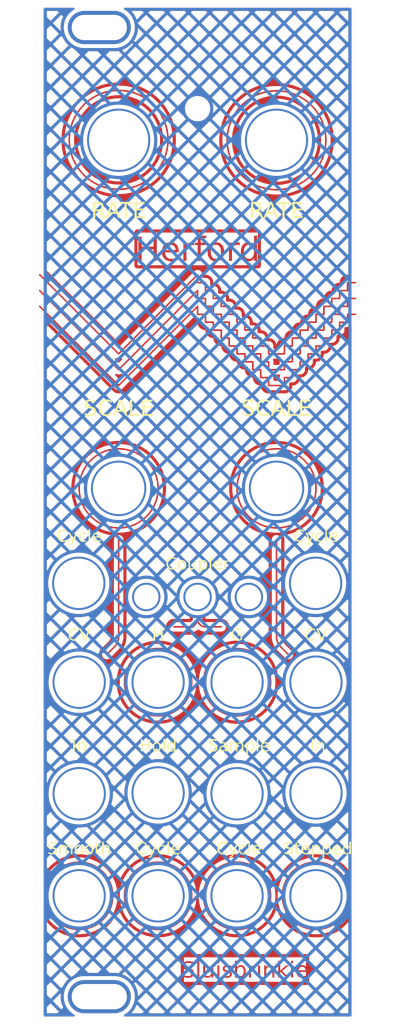
<source format=kicad_pcb>
(kicad_pcb (version 20240108) (generator "pcbnew") (generator_version "8.0")
  (layers (0 "F.Cu" signal) (31 "B.Cu" signal) (34 "B.Paste" user) (35 "F.Paste" user) (36 "B.SilkS" user "B.Silkscreen") (37 "F.SilkS" user "F.Silkscreen") (38 "B.Mask" user) (39 "F.Mask" user) (44 "Edge.Cuts" user))
  (net 0 "")
  (footprint "Library:Nut_3DModel" (layer "F.Cu") (at 175 121.15)
    (property "Reference" "REF**" (hide yes))
    (property "Value" "Nut_3DModel")
  )
  (footprint "" (layer "F.Cu") (at 170 82.75)
    (property "Reference" "" (at 0 0 0) (layer "F.SilkS") (effects (font (size 1.27 1.27))))
    (property "Value" "")
    (pad "" thru_hole circle (at 0 0) (size 7 7) (drill 6.5) (layers "*.Cu" "*.Mask"))
  )
  (footprint "" (layer "F.Cu") (at 145 107.25)
    (property "Reference" "" (at 0 0 0) (layer "F.SilkS") (effects (font (size 1.27 1.27))))
    (property "Value" "")
    (pad "" thru_hole circle (at 0 0) (size 6.75 6.75) (drill 6.25) (layers "*.Cu" "*.Mask"))
  )
  (footprint "" (layer "F.Cu") (at 165 134.25)
    (property "Reference" "" (at 0 0 0) (layer "F.SilkS") (effects (font (size 1.27 1.27))))
    (property "Value" "")
    (pad "" thru_hole circle (at 0 0) (size 6.75 6.75) (drill 6.25) (layers "*.Cu" "*.Mask"))
  )
  (footprint "" (layer "F.Cu") (at 175 121.15)
    (property "Reference" "" (at 0 0 0) (layer "F.SilkS") (effects (font (size 1.27 1.27))))
    (property "Value" "")
    (pad "" thru_hole circle (at 0 0.1) (size 6.75 6.75) (drill 6.25) (layers "*.Cu" "*.Mask"))
  )
  (footprint "" (layer "F.Cu") (at 150 82.75)
    (property "Reference" "" (at 0 0 0) (layer "F.SilkS") (effects (font (size 1.27 1.27))))
    (property "Value" "")
    (pad "" thru_hole circle (at 0 0) (size 7 7) (drill 6.5) (layers "*.Cu" "*.Mask"))
  )
  (footprint "" (layer "F.Cu") (at 145 134.25)
    (property "Reference" "" (at 0 0 0) (layer "F.SilkS") (effects (font (size 1.27 1.27))))
    (property "Value" "")
    (pad "" thru_hole circle (at 0 0) (size 6.75 6.75) (drill 6.25) (layers "*.Cu" "*.Mask"))
  )
  (footprint "" (layer "F.Cu") (at 145 121.25)
    (property "Reference" "" (at 0 0 0) (layer "F.SilkS") (effects (font (size 1.27 1.27))))
    (property "Value" "")
    (pad "" thru_hole circle (at 0 0.1) (size 6.75 6.75) (drill 6.25) (layers "*.Cu" "*.Mask"))
  )
  (footprint "" (layer "F.Cu") (at 150 82.75)
    (property "Reference" "" (at 0 0 0) (layer "F.SilkS") (effects (font (size 1.5 1.5))))
    (property "Value" "")
    (pad "" thru_hole circle (at 0 0) (size 7 7) (drill 6.5) (layers "*.Cu" "*.Mask"))
  )
  (footprint "Library:Nut_3DModel" (layer "F.Cu") (at 175 134.25)
    (property "Reference" "REF**" (hide yes))
    (property "Value" "Nut_3DModel")
  )
  (footprint "Library:Nut_3DModel" (layer "F.Cu") (at 145 107.25)
    (property "Reference" "REF**" (hide yes))
    (property "Value" "Nut_3DModel")
  )
  (footprint "Library:Nut_3DModel" (layer "F.Cu") (at 165 107.25)
    (property "Reference" "REF**" (hide yes))
    (property "Value" "Nut_3DModel")
  )
  (footprint "" (layer "F.Cu") (at 150 38.75)
    (property "Reference" "" (at 0 0 0) (layer "F.SilkS") (effects (font (size 1.27 1.27))))
    (property "Value" "")
    (pad "" thru_hole circle (at 0 0) (size 8 7) (drill 7.5) (layers "*.Cu" "*.Mask"))
  )
  (footprint "" (layer "F.Cu") (at 160 96.475)
    (property "Reference" "" (at 0 0 0) (layer "F.SilkS") (effects (font (size 1.27 1.27))))
    (property "Value" "")
    (pad "" thru_hole circle (at 0 0) (size 3.6 3.6) (drill 3.1) (layers "*.Cu" "*.Mask"))
  )
  (footprint "MountingHole:MountingHole_3.2mm_M3" (layer "F.Cu") (at 147.5489 24.4964)
    (property "Reference" "REF**" (hide yes))
    (property "Value" "MountingHole_3.2mm_M3" (hide yes))
    (pad "" thru_hole oval (at 0 0) (size 8 4.2) (drill oval 7 3.2) (layers "*.Cu" "*.Mask"))
  )
  (footprint "Library:knob_alu" (layer "F.Cu") (at 170 38.75)
    (property "Reference" "REF**" (hide yes))
    (property "Value" "knob_alu")
  )
  (footprint "" (layer "F.Cu") (at 155 134.25)
    (property "Reference" "" (at 0 0 0) (layer "F.SilkS") (effects (font (size 1.27 1.27))))
    (property "Value" "")
    (pad "" thru_hole circle (at 0 0) (size 6.75 6.75) (drill 6.25) (layers "*.Cu" "*.Mask"))
  )
  (footprint "Library:Nut_3DModel" (layer "F.Cu") (at 155 134.25)
    (property "Reference" "REF**" (hide yes))
    (property "Value" "Nut_3DModel")
  )
  (footprint "Library:knob_alu" (layer "F.Cu") (at 150 38.7)
    (property "Reference" "REF**" (hide yes))
    (property "Value" "knob_alu")
  )
  (footprint "MountingHole:MountingHole_3.2mm_M3" (layer "F.Cu") (at 147.5489 146.9964)
    (property "Reference" "REF**" (hide yes))
    (property "Value" "MountingHole_3.2mm_M3" (hide yes))
    (pad "" thru_hole oval (at 0 0) (size 8 4.2) (drill oval 7 3.2) (layers "*.Cu" "*.Mask"))
  )
  (footprint "" (layer "F.Cu") (at 153.5 96.475)
    (property "Reference" "" (at 0 0 0) (layer "F.SilkS") (effects (font (size 1.27 1.27))))
    (property "Value" "")
    (pad "" thru_hole circle (at 0 0) (size 3.6 3.6) (drill 3.1) (layers "*.Cu" "*.Mask"))
  )
  (footprint "Library:Nut_3DModel" (layer "F.Cu") (at 145 121.25)
    (property "Reference" "REF**" (hide yes))
    (property "Value" "Nut_3DModel")
  )
  (footprint "" (layer "F.Cu") (at 170 82.75)
    (property "Reference" "" (at 0 0 0) (layer "F.SilkS") (effects (font (size 1.27 1.27))))
    (property "Value" "")
    (pad "" thru_hole circle (at 0 0) (size 7 7) (drill 6.5) (layers "*.Cu" "*.Mask"))
  )
  (footprint "Library:SSG_backpcb" (layer "F.Cu") (at 140 140.75)
    (property "Reference" "REF**" (hide yes))
    (property "Value" "SSG_backpcb")
  )
  (footprint "" (layer "F.Cu") (at 150 82.75)
    (property "Reference" "" (at 0 0 0) (layer "F.SilkS") (effects (font (size 1.27 1.27))))
    (property "Value" "")
    (pad "" thru_hole circle (at 0 0) (size 7 7) (drill 6.5) (layers "*.Cu" "*.Mask"))
  )
  (footprint "" (layer "F.Cu") (at 175 94.75)
    (property "Reference" "" (at 0 0 0) (layer "F.SilkS") (effects (font (size 1.27 1.27))))
    (property "Value" "")
    (pad "" thru_hole circle (at -0.0489 0) (size 6.75 6.75) (drill 6.25) (layers "*.Cu" "*.Mask"))
  )
  (footprint "MountingHole:MountingHole_2.7mm_M2.5" (layer "F.Cu") (at 160 34.75)
    (property "Reference" "H1" (hide yes))
    (property "Value" "MountingHole")
    (pad "" np_thru_hole circle (at 0 0) (size 2.7 2.7) (drill 2.7) (layers "F&B.Cu" "*.Mask"))
  )
  (footprint "" (layer "F.Cu") (at 175 107.25)
    (property "Reference" "" (at 0 0 0) (layer "F.SilkS") (effects (font (size 1.27 1.27))))
    (property "Value" "")
    (pad "" thru_hole circle (at 0 0) (size 6.75 6.75) (drill 6.25) (layers "*.Cu" "*.Mask"))
  )
  (footprint "" (layer "F.Cu") (at 155 107.25)
    (property "Reference" "" (at 0 0 0) (layer "F.SilkS") (effects (font (size 1.27 1.27))))
    (property "Value" "")
    (pad "" thru_hole circle (at 0 0) (size 6.75 6.75) (drill 6.25) (layers "*.Cu" "*.Mask"))
  )
  (footprint "" (layer "F.Cu") (at 165 107.25)
    (property "Reference" "" (at 0 0 0) (layer "F.SilkS") (effects (font (size 1.27 1.27))))
    (property "Value" "")
    (pad "" thru_hole circle (at 0 0) (size 6.75 6.75) (drill 6.25) (layers "*.Cu" "*.Mask"))
  )
  (footprint "" (layer "F.Cu") (at 175 134.25)
    (property "Reference" "" (at 0 0 0) (layer "F.SilkS") (effects (font (size 1.27 1.27))))
    (property "Value" "")
    (pad "" thru_hole circle (at 0 0) (size 6.75 6.75) (drill 6.25) (layers "*.Cu" "*.Mask"))
  )
  (footprint "" (layer "F.Cu") (at 166.5 96.475)
    (property "Reference" "" (at 0 0 0) (layer "F.SilkS") (effects (font (size 1.27 1.27))))
    (property "Value" "")
    (pad "" thru_hole circle (at 0 0) (size 3.6 3.6) (drill 3.1) (layers "*.Cu" "*.Mask"))
  )
  (footprint "Library:Nut_3DModel" (layer "F.Cu") (at 155 107.25)
    (property "Reference" "REF**" (hide yes))
    (property "Value" "Nut_3DModel")
  )
  (footprint "" (layer "F.Cu") (at 170 82.75)
    (property "Reference" "" (at 0 0 0) (layer "F.SilkS") (effects (font (size 1.5 1.5))))
    (property "Value" "")
    (pad "" thru_hole circle (at 0 0) (size 7 7) (drill 6.5) (layers "*.Cu" "*.Mask"))
  )
  (footprint "" (layer "F.Cu") (at 170 38.75)
    (property "Reference" "" (at 0 0 0) (layer "F.SilkS") (effects (font (size 1.27 1.27))))
    (property "Value" "")
    (pad "" thru_hole circle (at 0 0) (size 8 8) (drill 7.5) (layers "*.Cu" "*.Mask"))
  )
  (footprint "Library:Nut_3DModel" (layer "F.Cu") (at 175 107.25)
    (property "Reference" "REF**" (hide yes))
    (property "Value" "Nut_3DModel")
  )
  (footprint "" (layer "F.Cu") (at 170 82.75)
    (property "Reference" "" (at 0 0 0) (layer "F.SilkS") (effects (font (size 1.27 1.27))))
    (property "Value" "")
    (pad "" thru_hole circle (at 0 0) (size 7 7) (drill 6.5) (layers "*.Cu" "*.Mask"))
  )
  (footprint "Library:Nut_3DModel" (layer "F.Cu") (at 165 121.25)
    (property "Reference" "REF**" (hide yes))
    (property "Value" "Nut_3DModel")
  )
  (footprint "Library:Nut_3DModel" (layer "F.Cu") (at 155 121.15)
    (property "Reference" "REF**" (hide yes))
    (property "Value" "Nut_3DModel")
  )
  (footprint "" (layer "F.Cu") (at 150 82.75)
    (property "Reference" "" (at 0 0 0) (layer "F.SilkS") (effects (font (size 1.27 1.27))))
    (property "Value" "")
    (pad "" thru_hole circle (at 0 0) (size 7 7) (drill 6.5) (layers "*.Cu" "*.Mask"))
  )
  (footprint "" (layer "F.Cu") (at 165 121.25)
    (property "Reference" "" (at 0 0 0) (layer "F.SilkS") (effects (font (size 1.27 1.27))))
    (property "Value" "")
    (pad "" thru_hole circle (at 0 0.1) (size 6.75 6.75) (drill 6.25) (layers "*.Cu" "*.Mask"))
  )
  (footprint "" (layer "F.Cu") (at 145 94.75)
    (property "Reference" "" (at 0 0 0) (layer "F.SilkS") (effects (font (size 1.27 1.27))))
    (property "Value" "")
    (pad "" thru_hole circle (at -0.0489 0) (size 6.75 6.75) (drill 6.25) (layers "*.Cu" "*.Mask"))
  )
  (footprint "" (layer "F.Cu") (at 155 121.15)
    (property "Reference" "" (at 0 0 0) (layer "F.SilkS") (effects (font (size 1.27 1.27))))
    (property "Value" "")
    (pad "" thru_hole circle (at 0 0.1) (size 6.75 6.75) (drill 6.25) (layers "*.Cu" "*.Mask"))
  )
  (footprint "Library:Nut_3DModel" (layer "F.Cu") (at 165 134.25)
    (property "Reference" "REF**" (hide yes))
    (property "Value" "Nut_3DModel")
  )
  (footprint "Library:torx_m2.5" (layer "F.Cu") (at 160 34.75)
    (property "Reference" "REF**" (hide yes))
    (property "Value" "torx_m2.5")
  )
  (footprint "Library:Nut_3DModel" (layer "F.Cu") (at 145 134.25)
    (property "Reference" "REF**" (hide yes))
    (property "Value" "Nut_3DModel")
  )
  (gr_line (start 163 100.25) (end 161.000001 100.250001) (stroke (width 0.2)) (layer "F.Cu"))
  (gr_line (start 140 57.75) (end 150 67.75) (stroke (width 0.2)) (layer "F.Cu"))
  (gr_line (start 175 61.75) (end 174 61.75) (stroke (width 0.2)) (layer "F.Cu"))
  (gr_line (start 176 61.75) (end 176 62.75) (stroke (width 0.2)) (layer "F.Cu"))
  (gr_line (start 177 59.75) (end 176 59.75) (stroke (width 0.2)) (layer "F.Cu"))
  (gr_line (start 175 64.75) (end 175 65.75) (stroke (width 0.2)) (layer "F.Cu"))
  (gr_line (start 179 60.75) (end 179 61.75) (stroke (width 0.2)) (layer "F.Cu"))
  (gr_line (start 174 64.75) (end 173 64.75) (stroke (width 0.2)) (layer "F.Cu"))
  (gr_line (start 168 67.75) (end 168 68.75) (stroke (width 0.2)) (layer "F.Cu"))
  (gr_line (start 175 60.75) (end 175 61.75) (stroke (width 0.2)) (layer "F.Cu"))
  (gr_line (start 177 61.75) (end 176 61.75) (stroke (width 0.2)) (layer "F.Cu"))
  (gr_line (start 163 61.75) (end 164 61.75) (stroke (width 0.2)) (layer "F.Cu"))
  (gr_line (start 162 58.75) (end 163 58.75) (stroke (width 0.2)) (layer "F.Cu"))
  (gr_arc (start 170.5 102.75) (mid 170.135096 102.170962) (end 170 101.5) (stroke (width 0.2)) (layer "F.Cu"))
  (gr_line (start 161 61.75) (end 162 61.75) (stroke (width 0.2)) (layer "F.Cu"))
  (gr_line (start 169 65.75) (end 170 65.75) (stroke (width 0.2)) (layer "F.Cu"))
  (gr_line (start 175 63.75) (end 174 63.75) (stroke (width 0.2)) (layer "F.Cu"))
  (gr_line (start 175 65.75) (end 174 65.75) (stroke (width 0.2)) (layer "F.Cu"))
  (gr_line (start 174 62.75) (end 173 62.75) (stroke (width 0.2)) (layer "F.Cu"))
  (gr_line (start 178 58.75) (end 177 58.75) (stroke (width 0.2)) (layer "F.Cu"))
  (gr_line (start 176 63.75) (end 176 64.75) (stroke (width 0.2)) (layer "F.Cu"))
  (gr_line (start 140 59.75) (end 150 69.75) (stroke (width 0.2)) (layer "F.Cu"))
  (gr_line (start 171 65.75) (end 170 65.75) (stroke (width 0.2)) (layer "F.Cu"))
  (gr_line (start 179 57.75) (end 178 57.75) (stroke (width 0.2)) (layer "F.Cu"))
  (gr_line (start 178 61.75) (end 178 62.75) (stroke (width 0.2)) (layer "F.Cu"))
  (gr_line (start 180 56.75) (end 179 56.75) (stroke (width 0.2)) (layer "F.Cu"))
  (gr_line (start 160 57.75) (end 150 67.75) (stroke (width 0.2)) (layer "F.Cu"))
  (gr_arc (start 159.999999 99.249999) (mid 159.707106 99.957106) (end 158.999999 100.249999) (stroke (width 0.2)) (layer "F.Cu"))
  (gr_arc (start 150 101.5) (mid 149.864904 102.170962) (end 149.5 102.75) (stroke (width 0.2)) (layer "F.Cu"))
  (gr_line (start 164 61.75) (end 164 62.75) (stroke (width 0.2)) (layer "F.Cu"))
  (gr_line (start 173 63.75) (end 172 63.75) (stroke (width 0.2)) (layer "F.Cu"))
  (gr_line (start 165 65.75) (end 166 65.75) (stroke (width 0.2)) (layer "F.Cu"))
  (gr_line (start 148.5 103.75) (end 149.5 102.75) (stroke (width 0.2)) (layer "F.Cu"))
  (gr_line (start 177 60.75) (end 177 61.75) (stroke (width 0.2)) (layer "F.Cu"))
  (gr_line (start 171 68.75) (end 171 69.75) (stroke (width 0.2)) (layer "F.Cu"))
  (gr_line (start 167 62.75) (end 167 63.75) (stroke (width 0.2)) (layer "F.Cu"))
  (gr_line (start 162 61.75) (end 162 62.75) (stroke (width 0.2)) (layer "F.Cu"))
  (gr_line (start 172 64.75) (end 171 64.75) (stroke (width 0.2)) (layer "F.Cu"))
  (gr_line (start 173 65.75) (end 172 65.75) (stroke (width 0.2)) (layer "F.Cu"))
  (gr_circle (center 175 134.25) (end 179.252969 134.25) (stroke (width 0.2)) (fill none) (layer "F.Cu"))
  (gr_line (start 169 68.75) (end 169 69.75) (stroke (width 0.2)) (layer "F.Cu"))
  (gr_line (start 176 60.75) (end 175 60.75) (stroke (width 0.2)) (layer "F.Cu"))
  (gr_line (start 166 61.75) (end 166 62.75) (stroke (width 0.2)) (layer "F.Cu"))
  (gr_line (start 173 66.75) (end 173 67.75) (stroke (width 0.2)) (layer "F.Cu"))
  (gr_line (start 169 69.75) (end 170 69.75) (stroke (width 0.2)) (layer "F.Cu"))
  (gr_line (start 176 64.75) (end 175 64.75) (stroke (width 0.2)) (layer "F.Cu"))
  (gr_line (start 165 60.75) (end 165 61.75) (stroke (width 0.2)) (layer "F.Cu"))
  (gr_line (start 177 58.75) (end 177 59.75) (stroke (width 0.2)) (layer "F.Cu"))
  (gr_line (start 162 62.75) (end 163 62.75) (stroke (width 0.2)) (layer "F.Cu"))
  (gr_line (start 174 61.75) (end 174 62.75) (stroke (width 0.2)) (layer "F.Cu"))
  (gr_line (start 179 58.75) (end 179 59.75) (stroke (width 0.2)) (layer "F.Cu"))
  (gr_line (start 166 63.75) (end 166 64.75) (stroke (width 0.2)) (layer "F.Cu"))
  (gr_line (start 168 66.75) (end 169 66.75) (stroke (width 0.2)) (layer "F.Cu"))
  (gr_line (start 161 60.75) (end 161 61.75) (stroke (width 0.2)) (layer "F.Cu"))
  (gr_circle (center 150 38.7) (end 150.002969 44.95) (stroke (width 0.2)) (fill none) (layer "F.Cu"))
  (gr_line (start 177 62.75) (end 177 63.75) (stroke (width 0.2)) (layer "F.Cu"))
  (gr_line (start 161 58.75) (end 161 59.75) (stroke (width 0.2)) (layer "F.Cu"))
  (gr_line (start 163 60.75) (end 163 61.75) (stroke (width 0.2)) (layer "F.Cu"))
  (gr_line (start 160 58.75) (end 161 58.75) (stroke (width 0.2)) (layer "F.Cu"))
  (gr_line (start 180 58.75) (end 179 58.75) (stroke (width 0.2)) (layer "F.Cu"))
  (gr_line (start 174 63.75) (end 174 64.75) (stroke (width 0.2)) (layer "F.Cu"))
  (gr_line (start 167 63.75) (end 168 63.75) (stroke (width 0.2)) (layer "F.Cu"))
  (gr_line (start 178 62.75) (end 177 62.75) (stroke (width 0.2)) (layer "F.Cu"))
  (gr_line (start 172 67.75) (end 172 68.75) (stroke (width 0.2)) (layer "F.Cu"))
  (gr_line (start 168 65.75) (end 168 66.75) (stroke (width 0.2)) (layer "F.Cu"))
  (gr_circle (center 170 82.75) (end 170.002969 87.75) (stroke (width 0.2)) (fill none) (layer "F.Cu"))
  (gr_line (start 163 62.75) (end 163 63.75) (stroke (width 0.2)) (layer "F.Cu"))
  (gr_line (start 169 64.75) (end 169 65.75) (stroke (width 0.2)) (layer "F.Cu"))
  (gr_circle (center 165 107.25) (end 169.252969 107.25) (stroke (width 0.2)) (fill none) (layer "F.Cu"))
  (gr_line (start 160 59.75) (end 160 60.75) (stroke (width 0.2)) (layer "F.Cu"))
  (gr_line (start 173 62.75) (end 173 63.75) (stroke (width 0.2)) (layer "F.Cu"))
  (gr_line (start 171.5 103.75) (end 170.5 102.75) (stroke (width 0.2)) (layer "F.Cu"))
  (gr_line (start 160 60.75) (end 161 60.75) (stroke (width 0.2)) (layer "F.Cu"))
  (gr_line (start 160 55.75) (end 150 65.75) (stroke (width 0.2)) (layer "F.Cu"))
  (gr_line (start 166 62.75) (end 167 62.75) (stroke (width 0.2)) (layer "F.Cu"))
  (gr_line (start 164 64.75) (end 165 64.75) (stroke (width 0.2)) (layer "F.Cu"))
  (gr_line (start 163 59.75) (end 164 59.75) (stroke (width 0.2)) (layer "F.Cu"))
  (gr_line (start 140 55.75) (end 150 65.75) (stroke (width 0.2)) (layer "F.Cu"))
  (gr_line (start 159.499999 100.249999) (end 157 100.25) (stroke (width 0.2)) (layer "F.Cu"))
  (gr_line (start 165 62.75) (end 165 63.75) (stroke (width 0.2)) (layer "F.Cu"))
  (gr_line (start 164 63.75) (end 164 64.75) (stroke (width 0.2)) (layer "F.Cu"))
  (gr_line (start 179 56.75) (end 179 57.75) (stroke (width 0.2)) (layer "F.Cu"))
  (gr_line (start 180 60.75) (end 179 60.75) (stroke (width 0.2)) (layer "F.Cu"))
  (gr_line (start 162 57.75) (end 162 58.75) (stroke (width 0.2)) (layer "F.Cu"))
  (gr_line (start 171 69.75) (end 170 69.75) (stroke (width 0.2)) (layer "F.Cu"))
  (gr_line (start 179 59.75) (end 178 59.75) (stroke (width 0.2)) (layer "F.Cu"))
  (gr_line (start 177 63.75) (end 176 63.75) (stroke (width 0.2)) (layer "F.Cu"))
  (gr_circle (center 165 134.25) (end 169.252969 134.25) (stroke (width 0.2)) (fill none) (layer "F.Cu"))
  (gr_circle (center 150 82.75) (end 150 87.75) (stroke (width 0.2)) (fill none) (layer "F.Cu"))
  (gr_line (start 179 61.75) (end 178 61.75) (stroke (width 0.2)) (layer "F.Cu"))
  (gr_circle (center 155 107.25) (end 159.252969 107.25) (stroke (width 0.2)) (fill none) (layer "F.Cu"))
  (gr_line (start 167 67.75) (end 168 67.75) (stroke (width 0.2)) (layer "F.Cu"))
  (gr_line (start 172 66.75) (end 171 66.75) (stroke (width 0.2)) (layer "F.Cu"))
  (gr_line (start 166 64.75) (end 167 64.75) (stroke (width 0.2)) (layer "F.Cu"))
  (gr_line (start 164 59.75) (end 164 60.75) (stroke (width 0.2)) (layer "F.Cu"))
  (gr_line (start 168 64.75) (end 169 64.75) (stroke (width 0.2)) (layer "F.Cu"))
  (gr_line (start 167 64.75) (end 167 65.75) (stroke (width 0.2)) (layer "F.Cu"))
  (gr_line (start 167 66.75) (end 167 67.75) (stroke (width 0.2)) (layer "F.Cu"))
  (gr_line (start 178 60.75) (end 177 60.75) (stroke (width 0.2)) (layer "F.Cu"))
  (gr_line (start 173 64.75) (end 173 65.75) (stroke (width 0.2)) (layer "F.Cu"))
  (gr_line (start 168 68.75) (end 169 68.75) (stroke (width 0.2)) (layer "F.Cu"))
  (gr_line (start 169 67.75) (end 170 67.75) (stroke (width 0.2)) (layer "F.Cu"))
  (gr_line (start 162 60.75) (end 163 60.75) (stroke (width 0.2)) (layer "F.Cu"))
  (gr_line (start 178 57.75) (end 178 58.75) (stroke (width 0.2)) (layer "F.Cu"))
  (gr_line (start 171 64.75) (end 171 65.75) (stroke (width 0.2)) (layer "F.Cu"))
  (gr_line (start 161 56.75) (end 161 57.75) (stroke (width 0.2)) (layer "F.Cu"))
  (gr_line (start 160 57.75) (end 160 58.75) (stroke (width 0.2)) (layer "F.Cu"))
  (gr_circle (center 155 134.25) (end 159.252969 134.25) (stroke (width 0.2)) (fill none) (layer "F.Cu"))
  (gr_line (start 167 65.75) (end 168 65.75) (stroke (width 0.2)) (layer "F.Cu"))
  (gr_line (start 171 66.75) (end 171 67.75) (stroke (width 0.2)) (layer "F.Cu"))
  (gr_line (start 166 66.75) (end 167 66.75) (stroke (width 0.2)) (layer "F.Cu"))
  (gr_line (start 160 55.75) (end 160 56.75) (stroke (width 0.2)) (layer "F.Cu"))
  (gr_line (start 165 64.75) (end 165 65.75) (stroke (width 0.2)) (layer "F.Cu"))
  (gr_line (start 174 66.75) (end 173 66.75) (stroke (width 0.2)) (layer "F.Cu"))
  (gr_line (start 165 61.75) (end 166 61.75) (stroke (width 0.2)) (layer "F.Cu"))
  (gr_line (start 174 65.75) (end 174 66.75) (stroke (width 0.2)) (layer "F.Cu"))
  (gr_line (start 161 57.75) (end 162 57.75) (stroke (width 0.2)) (layer "F.Cu"))
  (gr_line (start 178 59.75) (end 178 60.75) (stroke (width 0.2)) (layer "F.Cu"))
  (gr_arc (start 161.000001 100.249999) (mid 160.292894 99.957106) (end 160.000001 99.249999) (stroke (width 0.2)) (layer "F.Cu"))
  (gr_line (start 176 59.75) (end 176 60.75) (stroke (width 0.2)) (layer "F.Cu"))
  (gr_line (start 160 59.75) (end 150 69.75) (stroke (width 0.2)) (layer "F.Cu"))
  (gr_circle (center 170 38.75) (end 170.002969 45) (stroke (width 0.2)) (fill none) (layer "F.Cu"))
  (gr_line (start 150 89.25) (end 150 101.5) (stroke (width 0.2)) (layer "F.Cu"))
  (gr_line (start 170 89.25) (end 170 101.5) (stroke (width 0.2)) (layer "F.Cu"))
  (gr_line (start 173 67.75) (end 172 67.75) (stroke (width 0.2)) (layer "F.Cu"))
  (gr_line (start 166 65.75) (end 166 66.75) (stroke (width 0.2)) (layer "F.Cu"))
  (gr_line (start 164 62.75) (end 165 62.75) (stroke (width 0.2)) (layer "F.Cu"))
  (gr_circle (center 145 134.25) (end 149.252969 134.25) (stroke (width 0.2)) (fill none) (layer "F.Cu"))
  (gr_line (start 172 68.75) (end 171 68.75) (stroke (width 0.2)) (layer "F.Cu"))
  (gr_line (start 163 63.75) (end 164 63.75) (stroke (width 0.2)) (layer "F.Cu"))
  (gr_line (start 172 65.75) (end 172 66.75) (stroke (width 0.2)) (layer "F.Cu"))
  (gr_line (start 163 58.75) (end 163 59.75) (stroke (width 0.2)) (layer "F.Cu"))
  (gr_line (start 162 59.75) (end 162 60.75) (stroke (width 0.2)) (layer "F.Cu"))
  (gr_line (start 160 56.75) (end 161 56.75) (stroke (width 0.2)) (layer "F.Cu"))
  (gr_line (start 175 62.75) (end 175 63.75) (stroke (width 0.2)) (layer "F.Cu"))
  (gr_line (start 161 59.75) (end 162 59.75) (stroke (width 0.2)) (layer "F.Cu"))
  (gr_line (start 171 67.75) (end 170 67.75) (stroke (width 0.2)) (layer "F.Cu"))
  (gr_line (start 164 60.75) (end 165 60.75) (stroke (width 0.2)) (layer "F.Cu"))
  (gr_line (start 176 62.75) (end 175 62.75) (stroke (width 0.2)) (layer "F.Cu"))
  (gr_line (start 165 63.75) (end 166 63.75) (stroke (width 0.2)) (layer "F.Cu"))
  (gr_line (start 169 66.75) (end 169 67.75) (stroke (width 0.2)) (layer "F.Cu"))
  (gr_line (start 168 63.75) (end 168 64.75) (stroke (width 0.2)) (layer "F.Cu"))
  (gr_line (start 172 63.75) (end 172 64.75) (stroke (width 0.2)) (layer "F.Cu"))
  (gr_line (start 180 150) (end 140 150) (stroke (width 0.001)) (layer "Edge.Cuts"))
  (gr_line (start 180 21.5) (end 140 21.5) (stroke (width 0.001)) (layer "Edge.Cuts"))
  (gr_line (start 180 150) (end 180 21.5) (stroke (width 0.001)) (layer "Edge.Cuts"))
  (gr_line (start 140 150) (end 140 21.5) (stroke (width 0.001)) (layer "Edge.Cuts"))
  (gr_text "Herford" (at 160 52.75 0) (layer "F.Cu") (effects (font (size 3 3) (thickness 0.375))))
  (gr_text "Sluisbrinkie\n" (at 166 143.75 0) (layer "F.Cu") (effects (font (size 2 2))))
  (gr_text "H" (at 155 102.25 0) (layer "F.SilkS") (effects (font (size 1.5 1.5) (thickness 0.14224)) (justify bottom)))
  (gr_text "Coupler" (at 160 93.25 0) (layer "F.SilkS") (effects (font (size 1.5 1.5) (thickness 0.14224)) (justify bottom)))
  (gr_text "RATE" (at 170 47.75 0) (layer "F.SilkS") (effects (font (size 2 2))))
  (gr_text "Sample" (at 165.247031 116.25 0) (layer "F.SilkS") (effects (font (size 1.5 1.5) (thickness 0.14224)) (justify bottom)))
  (gr_text "In" (at 145 116.25 0) (layer "F.SilkS") (effects (font (size 1.5 1.5) (thickness 0.14224)) (justify bottom)))
  (gr_text "G" (at 165 102.25 0) (layer "F.SilkS") (effects (font (size 1.5 1.5) (thickness 0.14224)) (justify bottom)))
  (gr_text "Smooth\n" (at 145 129.25 0) (layer "F.SilkS") (effects (font (size 1.5 1.5) (thickness 0.14224)) (justify bottom)))
  (gr_text "CV" (at 145 102.25 0) (layer "F.SilkS") (effects (font (size 1.5 1.5) (thickness 0.14224)) (justify bottom)))
  (gr_text "SCALE" (at 150 72.75 0) (layer "F.SilkS") (effects (font (size 2 2))))
  (gr_text "Cycle" (at 155 129.25 0) (layer "F.SilkS") (effects (font (size 1.5 1.5) (thickness 0.14224)) (justify bottom)))
  (gr_text "Hold" (at 155 116.25 0) (layer "F.SilkS") (effects (font (size 1.5 1.5) (thickness 0.14224)) (justify bottom)))
  (gr_text "Cycle\n" (at 145 89.75 0) (layer "F.SilkS") (effects (font (size 1.5 1.5) (thickness 0.14224)) (justify bottom)))
  (gr_text "Cycle\n" (at 175 89.75 0) (layer "F.SilkS") (effects (font (size 1.5 1.5) (thickness 0.14224)) (justify bottom)))
  (gr_text "RATE" (at 150 47.75 0) (layer "F.SilkS") (effects (font (size 2 2))))
  (gr_text "Cycle" (at 165.247031 129.25 0) (layer "F.SilkS") (effects (font (size 1.5 1.5) (thickness 0.14224)) (justify bottom)))
  (gr_text "CV" (at 175 102.25 0) (layer "F.SilkS") (effects (font (size 1.5 1.5) (thickness 0.14224)) (justify bottom)))
  (gr_text "In" (at 175.247031 116.25 0) (layer "F.SilkS") (effects (font (size 1.5 1.5) (thickness 0.14224)) (justify bottom)))
  (gr_text "Stepped" (at 175.247031 129.25 0) (layer "F.SilkS") (effects (font (size 1.5 1.5) (thickness 0.14224)) (justify bottom)))
  (gr_text "SCALE" (at 170 72.75 0) (layer "F.SilkS") (effects (font (size 2 2))))
  (zone (net 0) (net_name "") (layers "F&B.Cu") (connect_pads (clearance 0.5)) (min_thickness 0.25) (fill yes (mode hatch) (thermal_gap 0.5) (thermal_bridge_width 0.5) (island_removal_mode 1) (island_area_min 10) (hatch_thickness 0.4) (hatch_gap 1.5) (hatch_orientation 45) (hatch_border_algorithm hatch_thickness) (hatch_min_hole_area 0.3))
    (polygon (pts (xy 140 21.25) (xy 180 21.25) (xy 180 150.25) (xy 140 150.25)))
  )
)
</source>
